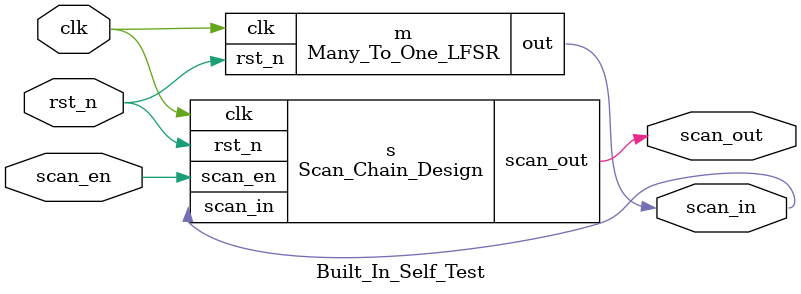
<source format=v>
`timescale 1ns/1ps
`timescale 1ns/1ps

module Many_To_One_LFSR(clk, rst_n, out);
    input clk;
    input rst_n;
    output reg out;
    reg [8-1:0] dff;

    wire dff3_7, dff1_7, xor_in;

    assign dff3_7 = dff[3] ^ dff[7];
    assign dff1_7 = dff[1] ^ dff[7];
    assign xor_in = dff1_7 ^ dff3_7;

    always @(posedge clk) begin
        if (!rst_n) begin
            dff <= 8'b10111101;
        end
        else begin
            out <= dff[7];
            dff[7] <= dff[6];
            dff[6] <= dff[5];
            dff[5] <= dff[4];
            dff[4] <= dff[3];
            dff[3] <= dff[2];
            dff[2] <= dff[1];
            dff[1] <= dff[0];
            dff[0] <= xor_in;
        end
    end
endmodule

`timescale 1ns/1ps

module Scan_Chain_Design(clk, rst_n, scan_in, scan_en, scan_out);
    input clk;
    input rst_n;
    input scan_in;
    input scan_en;
    output scan_out;

    reg scan_out;
    reg [7:0] p, dff;


    always @(*) begin
        p = dff[3:0] * dff[7:4];
    end

    always @(posedge clk) begin
        if (!rst_n) begin
            dff[0] <= 0;
            dff[1] <= 0;
            dff[2] <= 0;
            dff[3] <= 0;
            dff[4] <= 0;
            dff[5] <= 0;
            dff[6] <= 0;
            dff[7] <= 0;
            scan_out <= dff[0];
        end
        else begin
            if (scan_en) begin
                dff[0] <= dff[1];
                dff[1] <= dff[2];
                dff[2] <= dff[3];
                dff[3] <= dff[4];
                dff[4] <= dff[5];
                dff[5] <= dff[6];
                dff[6] <= dff[7];
                dff[7] <= scan_in;   
                scan_out <= dff[0];            
            end
            else begin
                dff[0] <= p[0];
                dff[1] <= p[1];
                dff[2] <= p[2];
                dff[3] <= p[3];
                dff[4] <= p[4];
                dff[5] <= p[5];
                dff[6] <= p[6];
                dff[7] <= p[7];   
                scan_out <= dff[0];             
            end
        end
    end

endmodule



module Built_In_Self_Test(clk, rst_n, scan_en, scan_in, scan_out);
    input clk;
    input rst_n;
    input scan_en;
    output scan_in;
    output scan_out;

    wire scan_in, scan_out;

    Many_To_One_LFSR m(clk, rst_n, scan_in);
    Scan_Chain_Design s(clk, rst_n, scan_in, scan_en, scan_out);

endmodule

</source>
